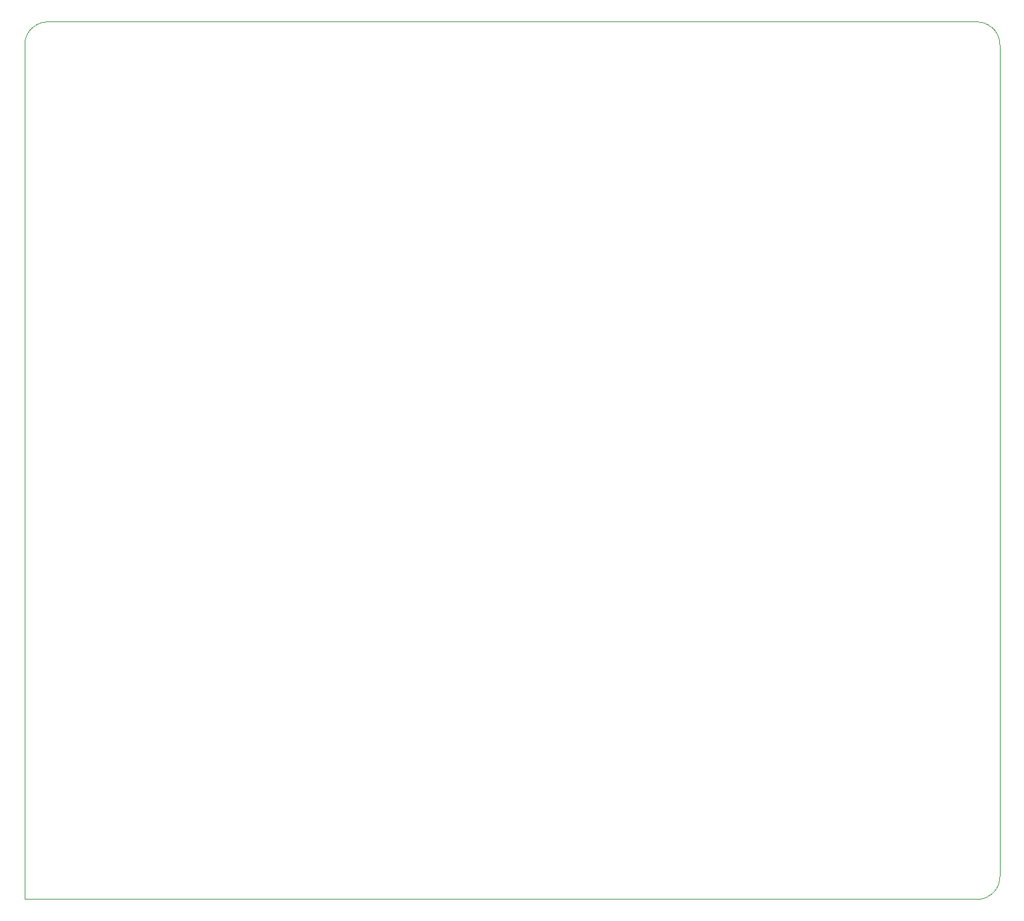
<source format=gko>
G75*
%MOIN*%
%OFA0B0*%
%FSLAX25Y25*%
%IPPOS*%
%LPD*%
%AMOC8*
5,1,8,0,0,1.08239X$1,22.5*
%
%ADD10C,0.00000*%
D10*
X0016798Y0022465D02*
X0016798Y0460654D01*
X0016801Y0460939D01*
X0016812Y0461225D01*
X0016829Y0461510D01*
X0016853Y0461794D01*
X0016884Y0462078D01*
X0016922Y0462361D01*
X0016967Y0462642D01*
X0017018Y0462923D01*
X0017076Y0463203D01*
X0017141Y0463481D01*
X0017213Y0463757D01*
X0017291Y0464031D01*
X0017376Y0464304D01*
X0017468Y0464574D01*
X0017566Y0464842D01*
X0017670Y0465108D01*
X0017781Y0465371D01*
X0017898Y0465631D01*
X0018021Y0465889D01*
X0018151Y0466143D01*
X0018287Y0466394D01*
X0018428Y0466642D01*
X0018576Y0466886D01*
X0018729Y0467127D01*
X0018889Y0467363D01*
X0019054Y0467596D01*
X0019224Y0467825D01*
X0019400Y0468050D01*
X0019582Y0468270D01*
X0019768Y0468486D01*
X0019960Y0468697D01*
X0020157Y0468904D01*
X0020359Y0469106D01*
X0020566Y0469303D01*
X0020777Y0469495D01*
X0020993Y0469681D01*
X0021213Y0469863D01*
X0021438Y0470039D01*
X0021667Y0470209D01*
X0021900Y0470374D01*
X0022136Y0470534D01*
X0022377Y0470687D01*
X0022621Y0470835D01*
X0022869Y0470976D01*
X0023120Y0471112D01*
X0023374Y0471242D01*
X0023632Y0471365D01*
X0023892Y0471482D01*
X0024155Y0471593D01*
X0024421Y0471697D01*
X0024689Y0471795D01*
X0024959Y0471887D01*
X0025232Y0471972D01*
X0025506Y0472050D01*
X0025782Y0472122D01*
X0026060Y0472187D01*
X0026340Y0472245D01*
X0026621Y0472296D01*
X0026902Y0472341D01*
X0027185Y0472379D01*
X0027469Y0472410D01*
X0027753Y0472434D01*
X0028038Y0472451D01*
X0028324Y0472462D01*
X0028609Y0472465D01*
X0504987Y0472465D01*
X0505272Y0472462D01*
X0505558Y0472451D01*
X0505843Y0472434D01*
X0506127Y0472410D01*
X0506411Y0472379D01*
X0506694Y0472341D01*
X0506975Y0472296D01*
X0507256Y0472245D01*
X0507536Y0472187D01*
X0507814Y0472122D01*
X0508090Y0472050D01*
X0508364Y0471972D01*
X0508637Y0471887D01*
X0508907Y0471795D01*
X0509175Y0471697D01*
X0509441Y0471593D01*
X0509704Y0471482D01*
X0509964Y0471365D01*
X0510222Y0471242D01*
X0510476Y0471112D01*
X0510727Y0470976D01*
X0510975Y0470835D01*
X0511219Y0470687D01*
X0511460Y0470534D01*
X0511696Y0470374D01*
X0511929Y0470209D01*
X0512158Y0470039D01*
X0512383Y0469863D01*
X0512603Y0469681D01*
X0512819Y0469495D01*
X0513030Y0469303D01*
X0513237Y0469106D01*
X0513439Y0468904D01*
X0513636Y0468697D01*
X0513828Y0468486D01*
X0514014Y0468270D01*
X0514196Y0468050D01*
X0514372Y0467825D01*
X0514542Y0467596D01*
X0514707Y0467363D01*
X0514867Y0467127D01*
X0515020Y0466886D01*
X0515168Y0466642D01*
X0515309Y0466394D01*
X0515445Y0466143D01*
X0515575Y0465889D01*
X0515698Y0465631D01*
X0515815Y0465371D01*
X0515926Y0465108D01*
X0516030Y0464842D01*
X0516128Y0464574D01*
X0516220Y0464304D01*
X0516305Y0464031D01*
X0516383Y0463757D01*
X0516455Y0463481D01*
X0516520Y0463203D01*
X0516578Y0462923D01*
X0516629Y0462642D01*
X0516674Y0462361D01*
X0516712Y0462078D01*
X0516743Y0461794D01*
X0516767Y0461510D01*
X0516784Y0461225D01*
X0516795Y0460939D01*
X0516798Y0460654D01*
X0516798Y0034276D01*
X0516795Y0033991D01*
X0516784Y0033705D01*
X0516767Y0033420D01*
X0516743Y0033136D01*
X0516712Y0032852D01*
X0516674Y0032569D01*
X0516629Y0032288D01*
X0516578Y0032007D01*
X0516520Y0031727D01*
X0516455Y0031449D01*
X0516383Y0031173D01*
X0516305Y0030899D01*
X0516220Y0030626D01*
X0516128Y0030356D01*
X0516030Y0030088D01*
X0515926Y0029822D01*
X0515815Y0029559D01*
X0515698Y0029299D01*
X0515575Y0029041D01*
X0515445Y0028787D01*
X0515309Y0028536D01*
X0515168Y0028288D01*
X0515020Y0028044D01*
X0514867Y0027803D01*
X0514707Y0027567D01*
X0514542Y0027334D01*
X0514372Y0027105D01*
X0514196Y0026880D01*
X0514014Y0026660D01*
X0513828Y0026444D01*
X0513636Y0026233D01*
X0513439Y0026026D01*
X0513237Y0025824D01*
X0513030Y0025627D01*
X0512819Y0025435D01*
X0512603Y0025249D01*
X0512383Y0025067D01*
X0512158Y0024891D01*
X0511929Y0024721D01*
X0511696Y0024556D01*
X0511460Y0024396D01*
X0511219Y0024243D01*
X0510975Y0024095D01*
X0510727Y0023954D01*
X0510476Y0023818D01*
X0510222Y0023688D01*
X0509964Y0023565D01*
X0509704Y0023448D01*
X0509441Y0023337D01*
X0509175Y0023233D01*
X0508907Y0023135D01*
X0508637Y0023043D01*
X0508364Y0022958D01*
X0508090Y0022880D01*
X0507814Y0022808D01*
X0507536Y0022743D01*
X0507256Y0022685D01*
X0506975Y0022634D01*
X0506694Y0022589D01*
X0506411Y0022551D01*
X0506127Y0022520D01*
X0505843Y0022496D01*
X0505558Y0022479D01*
X0505272Y0022468D01*
X0504987Y0022465D01*
X0016798Y0022465D01*
M02*

</source>
